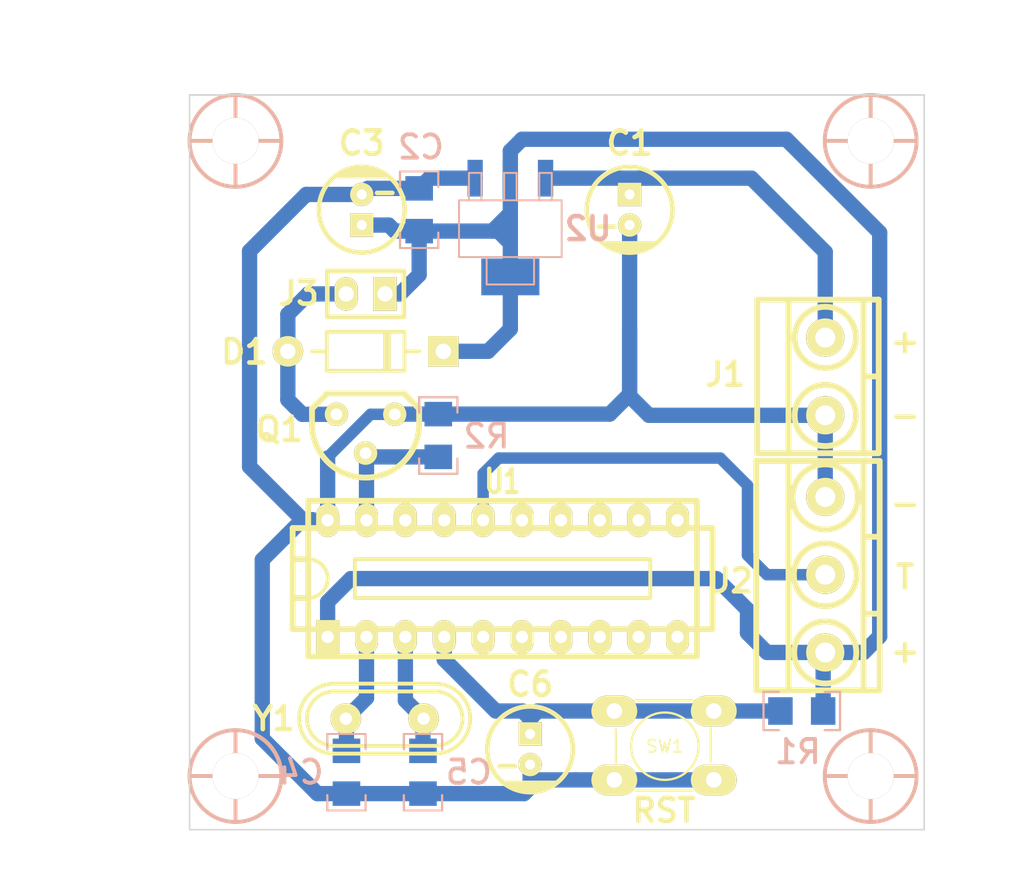
<source format=kicad_pcb>
(kicad_pcb (version 4) (host pcbnew 4.0.1-stable)

  (general
    (links 35)
    (no_connects 0)
    (area 136.635715 45.5 225.728572 107.700001)
    (thickness 1.6)
    (drawings 10)
    (tracks 117)
    (zones 0)
    (modules 21)
    (nets 23)
  )

  (page A4)
  (layers
    (0 F.Cu signal)
    (31 B.Cu signal)
    (32 B.Adhes user)
    (33 F.Adhes user)
    (34 B.Paste user)
    (35 F.Paste user)
    (36 B.SilkS user)
    (37 F.SilkS user)
    (38 B.Mask user)
    (39 F.Mask user)
    (40 Dwgs.User user)
    (41 Cmts.User user)
    (42 Eco1.User user)
    (43 Eco2.User user)
    (44 Edge.Cuts user)
    (45 Margin user)
    (46 B.CrtYd user)
    (47 F.CrtYd user)
    (48 B.Fab user)
    (49 F.Fab user)
  )

  (setup
    (last_trace_width 1)
    (user_trace_width 0.5)
    (user_trace_width 0.75)
    (user_trace_width 1)
    (trace_clearance 0.4)
    (zone_clearance 0.508)
    (zone_45_only no)
    (trace_min 0.4)
    (segment_width 0.2)
    (edge_width 0.1)
    (via_size 1.25)
    (via_drill 0.4)
    (via_min_size 0.4)
    (via_min_drill 0.3)
    (uvia_size 0.3)
    (uvia_drill 0.1)
    (uvias_allowed no)
    (uvia_min_size 0.2)
    (uvia_min_drill 0.1)
    (pcb_text_width 0.3)
    (pcb_text_size 1.5 1.5)
    (mod_edge_width 0.15)
    (mod_text_size 1 1)
    (mod_text_width 0.15)
    (pad_size 3.8 2.4)
    (pad_drill 0)
    (pad_to_mask_clearance 0)
    (aux_axis_origin 0 0)
    (visible_elements 7FFFFFFF)
    (pcbplotparams
      (layerselection 0x00030_80000000)
      (usegerberextensions false)
      (excludeedgelayer false)
      (linewidth 0.100000)
      (plotframeref false)
      (viasonmask false)
      (mode 1)
      (useauxorigin false)
      (hpglpennumber 1)
      (hpglpenspeed 20)
      (hpglpendiameter 15)
      (hpglpenoverlay 2)
      (psnegative false)
      (psa4output false)
      (plotreference true)
      (plotvalue true)
      (plotinvisibletext false)
      (padsonsilk false)
      (subtractmaskfromsilk false)
      (outputformat 5)
      (mirror false)
      (drillshape 1)
      (scaleselection 1)
      (outputdirectory ""))
  )

  (net 0 "")
  (net 1 /VIN)
  (net 2 GNDPWR)
  (net 3 /OSC1)
  (net 4 /OSC2)
  (net 5 /RESET)
  (net 6 "Net-(U1-Pad5)")
  (net 7 "Net-(U1-Pad6)")
  (net 8 "Net-(U1-Pad7)")
  (net 9 "Net-(U1-Pad8)")
  (net 10 "Net-(U1-Pad9)")
  (net 11 "Net-(U1-Pad10)")
  (net 12 "Net-(U1-Pad11)")
  (net 13 "Net-(U1-Pad12)")
  (net 14 "Net-(U1-Pad13)")
  (net 15 "Net-(U1-Pad14)")
  (net 16 "Net-(U1-Pad15)")
  (net 17 "Net-(U1-Pad17)")
  (net 18 "Net-(U1-Pad18)")
  (net 19 VCC)
  (net 20 /TEMP)
  (net 21 "Net-(D1-Pad1)")
  (net 22 /BUZZER)

  (net_class Default "Esta es la clase de red por defecto."
    (clearance 0.4)
    (trace_width 1)
    (via_dia 1.25)
    (via_drill 0.4)
    (uvia_dia 0.3)
    (uvia_drill 0.1)
    (add_net /BUZZER)
    (add_net /OSC1)
    (add_net /OSC2)
    (add_net /RESET)
    (add_net /TEMP)
    (add_net /VIN)
    (add_net GNDPWR)
    (add_net "Net-(D1-Pad1)")
    (add_net "Net-(U1-Pad10)")
    (add_net "Net-(U1-Pad11)")
    (add_net "Net-(U1-Pad12)")
    (add_net "Net-(U1-Pad13)")
    (add_net "Net-(U1-Pad14)")
    (add_net "Net-(U1-Pad15)")
    (add_net "Net-(U1-Pad17)")
    (add_net "Net-(U1-Pad18)")
    (add_net "Net-(U1-Pad5)")
    (add_net "Net-(U1-Pad6)")
    (add_net "Net-(U1-Pad7)")
    (add_net "Net-(U1-Pad8)")
    (add_net "Net-(U1-Pad9)")
    (add_net VCC)
  )

  (module EESTN5:CAP_ELEC_5x11mm (layer F.Cu) (tedit 5AB7C469) (tstamp 5AB7FB33)
    (at 162.25 61.5)
    (descr "Capacitor, pol, cyl 5x11mm")
    (path /5AB84F3E)
    (fp_text reference C3 (at 0 -4.35) (layer F.SilkS)
      (effects (font (thickness 0.3048)))
    )
    (fp_text value 10uF (at 0 4.2) (layer F.SilkS) hide
      (effects (font (thickness 0.3048)))
    )
    (fp_line (start -0.8 -2.6) (end 0.8 -2.6) (layer F.SilkS) (width 0.3048))
    (fp_line (start -1.3 -2.4) (end 1.3 -2.4) (layer F.SilkS) (width 0.3048))
    (fp_line (start -1.7 -2.2) (end 1.7 -2.2) (layer F.SilkS) (width 0.3048))
    (fp_circle (center 0 0) (end 2.8 0) (layer F.SilkS) (width 0.3048))
    (fp_line (start 1 -1.1) (end 2 -1.1) (layer F.SilkS) (width 0.3))
    (pad 1 thru_hole rect (at 0 1) (size 1.524 1.524) (drill 0.65) (layers *.Cu *.Mask F.SilkS)
      (net 19 VCC))
    (pad 2 thru_hole circle (at 0 -1) (size 1.524 1.524) (drill 0.65) (layers *.Cu *.Mask F.SilkS)
      (net 2 GNDPWR))
    (model CAP_ELEC_5_11.wrl
      (at (xyz 0 0 -0.01))
      (scale (xyz 0.393701 0.393701 0.393701))
      (rotate (xyz -90 0 -90))
    )
  )

  (module EESTN5:CAP_ELEC_5x11mm (layer F.Cu) (tedit 5AB7C46B) (tstamp 5A04CECD)
    (at 179.75 61.5 180)
    (descr "Capacitor, pol, cyl 5x11mm")
    (path /59FE1415)
    (fp_text reference C1 (at 0 4.35 180) (layer F.SilkS)
      (effects (font (thickness 0.3048)))
    )
    (fp_text value 10uF (at 0 4.2 180) (layer F.SilkS) hide
      (effects (font (thickness 0.3048)))
    )
    (fp_line (start -0.8 -2.6) (end 0.8 -2.6) (layer F.SilkS) (width 0.3048))
    (fp_line (start -1.3 -2.4) (end 1.3 -2.4) (layer F.SilkS) (width 0.3048))
    (fp_line (start -1.7 -2.2) (end 1.7 -2.2) (layer F.SilkS) (width 0.3048))
    (fp_circle (center 0 0) (end 2.8 0) (layer F.SilkS) (width 0.3048))
    (fp_line (start 1 -1.1) (end 2 -1.1) (layer F.SilkS) (width 0.3))
    (pad 1 thru_hole rect (at 0 1 180) (size 1.524 1.524) (drill 0.65) (layers *.Cu *.Mask F.SilkS)
      (net 1 /VIN))
    (pad 2 thru_hole circle (at 0 -1 180) (size 1.524 1.524) (drill 0.65) (layers *.Cu *.Mask F.SilkS)
      (net 2 GNDPWR))
    (model CAP_ELEC_5_11.wrl
      (at (xyz 0 0 -0.01))
      (scale (xyz 0.393701 0.393701 0.393701))
      (rotate (xyz -90 0 -90))
    )
  )

  (module EESTN5:CAP_ELEC_5x11mm (layer F.Cu) (tedit 5AB7C164) (tstamp 5A04CEEB)
    (at 173.25 96.75 180)
    (descr "Capacitor, pol, cyl 5x11mm")
    (path /59FE1460)
    (fp_text reference C6 (at 0 4.25 180) (layer F.SilkS)
      (effects (font (thickness 0.3048)))
    )
    (fp_text value 1uF (at 0 4.2 180) (layer F.SilkS) hide
      (effects (font (thickness 0.3048)))
    )
    (fp_line (start -0.8 -2.6) (end 0.8 -2.6) (layer F.SilkS) (width 0.3048))
    (fp_line (start -1.3 -2.4) (end 1.3 -2.4) (layer F.SilkS) (width 0.3048))
    (fp_line (start -1.7 -2.2) (end 1.7 -2.2) (layer F.SilkS) (width 0.3048))
    (fp_circle (center 0 0) (end 2.8 0) (layer F.SilkS) (width 0.3048))
    (fp_line (start 1 -1.1) (end 2 -1.1) (layer F.SilkS) (width 0.3))
    (pad 1 thru_hole rect (at 0 1 180) (size 1.524 1.524) (drill 0.65) (layers *.Cu *.Mask F.SilkS)
      (net 5 /RESET))
    (pad 2 thru_hole circle (at 0 -1 180) (size 1.524 1.524) (drill 0.65) (layers *.Cu *.Mask F.SilkS)
      (net 2 GNDPWR))
    (model CAP_ELEC_5_11.wrl
      (at (xyz 0 0 -0.01))
      (scale (xyz 0.393701 0.393701 0.393701))
      (rotate (xyz -90 0 -90))
    )
  )

  (module EESTN5:BORNERA2_AZUL (layer F.Cu) (tedit 5AB7C364) (tstamp 5A04CEF1)
    (at 192.532 72.39 90)
    (descr "2-way 5.08mm pitch terminal block, Phoenix MKDS series")
    (path /59FE1319)
    (fp_text reference J1 (at 0.14 -6.532 180) (layer F.SilkS)
      (effects (font (size 1.5 1.5) (thickness 0.3)))
    )
    (fp_text value ALIMENTACIÓN (at -0.61 14.718 180) (layer F.SilkS) hide
      (effects (font (size 1.5 1.5) (thickness 0.3)))
    )
    (fp_line (start 0 2.54) (end 0 3.4845) (layer F.SilkS) (width 0.381))
    (fp_circle (center 2.55 0) (end 0.55 0) (layer F.SilkS) (width 0.381))
    (fp_circle (center -2.55 0) (end -0.55 0) (layer F.SilkS) (width 0.381))
    (fp_line (start -5 2.5) (end 5 2.5) (layer F.SilkS) (width 0.381))
    (fp_line (start -5 -2.4) (end 5 -2.4) (layer F.SilkS) (width 0.381))
    (fp_line (start -4.9835 3.4925) (end 5.0165 3.4925) (layer F.SilkS) (width 0.381))
    (fp_line (start 5.0165 3.4925) (end 5.0165 -4.445) (layer F.SilkS) (width 0.381))
    (fp_line (start 5.0165 -4.445) (end -4.9835 -4.445) (layer F.SilkS) (width 0.381))
    (fp_line (start -5.0165 -4.445) (end -5.0165 3.4925) (layer F.SilkS) (width 0.381))
    (pad 1 thru_hole circle (at -2.54 0 90) (size 2.5 2.5) (drill 1.3) (layers *.Cu *.Mask F.SilkS)
      (net 2 GNDPWR))
    (pad 2 thru_hole circle (at 2.54 0 90) (size 2.5 2.5) (drill 1.3) (layers *.Cu *.Mask F.SilkS)
      (net 1 /VIN))
    (model Bornera2_Azul.wrl
      (at (xyz 0 0 0))
      (scale (xyz 1 1 1))
      (rotate (xyz 0 0 0))
    )
  )

  (module EESTN5:BORNERA3_AZUL (layer F.Cu) (tedit 5AB7C34A) (tstamp 5A04CEF8)
    (at 192.532 85.344 90)
    (descr "3-way 5,08mm pitch terminal block, Phoenix MKDS series")
    (path /59FE1189)
    (fp_text reference J2 (at -0.406 -6.032 180) (layer F.SilkS)
      (effects (font (size 1.5 1.5) (thickness 0.3)))
    )
    (fp_text value "SENSOR TEMPERATURA" (at -0.156 19.968 180) (layer F.SilkS) hide
      (effects (font (size 1.5 1.5) (thickness 0.3)))
    )
    (fp_circle (center 5.08 0) (end 2.95 0) (layer F.SilkS) (width 0.381))
    (fp_line (start 2.4765 2.4765) (end 2.4765 3.4925) (layer F.SilkS) (width 0.381))
    (fp_line (start -2.54 2.4765) (end -2.55 3.539347) (layer F.SilkS) (width 0.381))
    (fp_circle (center 0 0) (end -2.05 0) (layer F.SilkS) (width 0.381))
    (fp_circle (center -5.08 0) (end -3.05 0) (layer F.SilkS) (width 0.381))
    (fp_line (start -7.55 2.5) (end 7.45 2.5) (layer F.SilkS) (width 0.381))
    (fp_line (start -7.55 -2.4) (end 7.45 -2.4) (layer F.SilkS) (width 0.381))
    (fp_line (start -7.5565 3.556) (end 7.4295 3.556) (layer F.SilkS) (width 0.381))
    (fp_line (start 7.4295 3.556) (end 7.4295 -4.5085) (layer F.SilkS) (width 0.381))
    (fp_line (start 7.45 -4.5085) (end -7.55 -4.5085) (layer F.SilkS) (width 0.381))
    (fp_line (start -7.5565 -4.5085) (end -7.5565 3.556) (layer F.SilkS) (width 0.381))
    (pad 3 thru_hole circle (at 5.08 0 90) (size 2.5 2.5) (drill 1.3) (layers *.Cu *.Mask F.SilkS)
      (net 2 GNDPWR))
    (pad 1 thru_hole circle (at -5.08 0 90) (size 2.5 2.5) (drill 1.3) (layers *.Cu *.Mask F.SilkS)
      (net 19 VCC))
    (pad 2 thru_hole circle (at 0 0 90) (size 2.5 2.5) (drill 1.3) (layers *.Cu *.Mask F.SilkS)
      (net 20 /TEMP))
    (model Bornera3_AZUL.wrl
      (at (xyz 0 0 0))
      (scale (xyz 1 1 1))
      (rotate (xyz 0 0 0))
    )
  )

  (module EESTN5:SOT223 (layer B.Cu) (tedit 5AB7CB56) (tstamp 5A04CF0D)
    (at 171.958 62.738)
    (descr SOT223)
    (path /59FE1378)
    (fp_text reference U2 (at 5.08 0) (layer B.SilkS)
      (effects (font (size 1.5 1.5) (thickness 0.3)) (justify mirror))
    )
    (fp_text value LM1117-SOT (at 0 -1.0414) (layer B.SilkS) hide
      (effects (font (size 1.00076 1.00076) (thickness 0.20066)) (justify mirror))
    )
    (fp_line (start -1.5494 3.6449) (end 1.5494 3.6449) (layer B.SilkS) (width 0.127))
    (fp_line (start 1.5494 3.6449) (end 1.5494 1.8542) (layer B.SilkS) (width 0.127))
    (fp_line (start -1.5494 3.6449) (end -1.5494 1.8542) (layer B.SilkS) (width 0.127))
    (fp_line (start 1.8923 -3.6449) (end 2.7051 -3.6449) (layer B.SilkS) (width 0.127))
    (fp_line (start 2.7051 -3.6449) (end 2.7051 -1.8542) (layer B.SilkS) (width 0.127))
    (fp_line (start 1.8923 -3.6449) (end 1.8923 -1.8542) (layer B.SilkS) (width 0.127))
    (fp_line (start -0.4064 -3.6449) (end -0.4064 -1.8542) (layer B.SilkS) (width 0.127))
    (fp_line (start 0.4064 -3.6449) (end 0.4064 -1.8542) (layer B.SilkS) (width 0.127))
    (fp_line (start -0.4064 -3.6449) (end 0.4064 -3.6449) (layer B.SilkS) (width 0.127))
    (fp_line (start -2.7051 -3.6449) (end -1.8923 -3.6449) (layer B.SilkS) (width 0.127))
    (fp_line (start -1.8923 -3.6449) (end -1.8923 -1.8542) (layer B.SilkS) (width 0.127))
    (fp_line (start -2.7051 -3.6449) (end -2.7051 -1.8542) (layer B.SilkS) (width 0.127))
    (fp_line (start 3.3528 -1.8542) (end -3.3528 -1.8542) (layer B.SilkS) (width 0.127))
    (fp_line (start -3.3528 -1.8542) (end -3.3528 1.8542) (layer B.SilkS) (width 0.127))
    (fp_line (start -3.3528 1.8542) (end 3.3528 1.8542) (layer B.SilkS) (width 0.127))
    (fp_line (start 3.3528 1.8542) (end 3.3528 -1.8542) (layer B.SilkS) (width 0.127))
    (pad 1 smd rect (at -2.3 -3.3) (size 1 2.4) (layers B.Cu B.Paste B.Mask)
      (net 2 GNDPWR))
    (pad 2 smd rect (at 0 -3.3) (size 1 2.4) (layers B.Cu B.Paste B.Mask)
      (net 19 VCC))
    (pad 3 smd rect (at 2.3 -3.3) (size 1 2.4) (layers B.Cu B.Paste B.Mask)
      (net 1 /VIN))
    (pad 4 smd rect (at 0 3.15) (size 3.8 2.4) (layers B.Cu B.Paste B.Mask))
    (model sot223.wrl
      (at (xyz 0 0 0))
      (scale (xyz 1 1 1))
      (rotate (xyz 0 0 0))
    )
  )

  (module EESTN5:HC49S (layer F.Cu) (tedit 5AB7CB11) (tstamp 5A04CF13)
    (at 163.75 94.75)
    (descr "Crystal, HC-49S")
    (tags QUARTZ)
    (path /59FE1422)
    (autoplace_cost180 10)
    (fp_text reference Y1 (at -7.25 0) (layer F.SilkS)
      (effects (font (size 1.5 1.5) (thickness 0.3)))
    )
    (fp_text value 8Mhz (at 0 3.302) (layer F.SilkS) hide
      (effects (font (size 1.143 1.27) (thickness 0.1524)))
    )
    (fp_arc (start 3.302 0) (end 3.302 -2.286) (angle 90) (layer F.SilkS) (width 0.254))
    (fp_line (start -3.302 1.778) (end 3.302 1.778) (layer F.SilkS) (width 0.254))
    (fp_line (start 3.302 -1.778) (end -3.302 -1.778) (layer F.SilkS) (width 0.254))
    (fp_arc (start 3.302 0) (end 5.08 0) (angle 90) (layer F.SilkS) (width 0.254))
    (fp_arc (start 3.302 0) (end 3.302 -1.778) (angle 90) (layer F.SilkS) (width 0.254))
    (fp_arc (start -3.302 0) (end -3.302 1.778) (angle 90) (layer F.SilkS) (width 0.254))
    (fp_arc (start -3.302 0) (end -5.08 0) (angle 90) (layer F.SilkS) (width 0.254))
    (fp_arc (start 3.302 0) (end 5.588 0) (angle 90) (layer F.SilkS) (width 0.254))
    (fp_line (start 3.302 2.286) (end -3.302 2.286) (layer F.SilkS) (width 0.254))
    (fp_line (start -3.302 -2.286) (end 3.302 -2.286) (layer F.SilkS) (width 0.254))
    (fp_arc (start -3.302 0) (end -3.302 2.286) (angle 90) (layer F.SilkS) (width 0.254))
    (fp_arc (start -3.302 0) (end -5.588 0) (angle 90) (layer F.SilkS) (width 0.254))
    (pad 1 thru_hole circle (at -2.54 0) (size 1.99898 1.99898) (drill 0.8001) (layers *.Cu *.Mask F.SilkS)
      (net 3 /OSC1))
    (pad 2 thru_hole circle (at 2.54 0) (size 1.99898 1.99898) (drill 0.8001) (layers *.Cu *.Mask F.SilkS)
      (net 4 /OSC2))
    (model HC49S.wrl
      (at (xyz 0 0 0))
      (scale (xyz 1 1 1))
      (rotate (xyz 0 0 0))
    )
  )

  (module EESTN5:DIP_20-300_socket (layer F.Cu) (tedit 5932BFF6) (tstamp 5A04D36E)
    (at 171.45 85.598)
    (descr "IC, DIL20 x 0,3\", with socket")
    (tags DIL)
    (path /5A04D840)
    (fp_text reference U1 (at 0 -6.35) (layer F.SilkS)
      (effects (font (size 1.524 1.143) (thickness 0.28702)))
    )
    (fp_text value PIC18F14K50-E/P (at 0 6.604) (layer F.SilkS) hide
      (effects (font (size 1.5 1.5) (thickness 0.2)))
    )
    (fp_line (start 9.652 1.27) (end -9.652 1.27) (layer F.SilkS) (width 0.254))
    (fp_line (start -9.652 -1.27) (end 9.652 -1.27) (layer F.SilkS) (width 0.254))
    (fp_line (start 12.7 5.08) (end -12.7 5.08) (layer F.SilkS) (width 0.381))
    (fp_line (start 13.716 3.302) (end -13.716 3.302) (layer F.SilkS) (width 0.381))
    (fp_line (start -12.7 -5.08) (end 12.7 -5.08) (layer F.SilkS) (width 0.381))
    (fp_line (start -13.716 -3.302) (end 13.716 -3.302) (layer F.SilkS) (width 0.381))
    (fp_line (start -12.7 -1.27) (end -12.7 1.27) (layer F.SilkS) (width 0.381))
    (fp_arc (start -12.7 0) (end -12.7 -1.27) (angle 90) (layer F.SilkS) (width 0.254))
    (fp_arc (start -12.7 0) (end -11.43 0) (angle 90) (layer F.SilkS) (width 0.254))
    (fp_line (start -12.7 1.27) (end -13.716 1.27) (layer F.SilkS) (width 0.381))
    (fp_line (start -12.7 -1.27) (end -13.716 -1.27) (layer F.SilkS) (width 0.381))
    (fp_line (start -9.652 -1.27) (end -9.652 1.27) (layer F.SilkS) (width 0.254))
    (fp_line (start 9.652 1.27) (end 9.652 -1.27) (layer F.SilkS) (width 0.254))
    (fp_line (start 12.7 -5.08) (end 12.7 5.08) (layer F.SilkS) (width 0.381))
    (fp_line (start -12.7 5.08) (end -12.7 -5.08) (layer F.SilkS) (width 0.381))
    (fp_line (start 13.716 -3.302) (end 13.716 3.302) (layer F.SilkS) (width 0.381))
    (fp_line (start -13.716 3.302) (end -13.716 -3.302) (layer F.SilkS) (width 0.381))
    (pad 1 thru_hole rect (at -11.43 3.81) (size 1.50114 2.19964) (drill 0.8001) (layers *.Cu *.Mask F.SilkS)
      (net 19 VCC))
    (pad 2 thru_hole oval (at -8.89 3.81) (size 1.50114 2.19964) (drill 0.8001) (layers *.Cu *.Mask F.SilkS)
      (net 3 /OSC1))
    (pad 3 thru_hole oval (at -6.35 3.81) (size 1.50114 2.19964) (drill 0.8001) (layers *.Cu *.Mask F.SilkS)
      (net 4 /OSC2))
    (pad 4 thru_hole oval (at -3.81 3.81) (size 1.50114 2.19964) (drill 0.8001) (layers *.Cu *.Mask F.SilkS)
      (net 5 /RESET))
    (pad 5 thru_hole oval (at -1.27 3.81) (size 1.50114 2.19964) (drill 0.8001) (layers *.Cu *.Mask F.SilkS)
      (net 6 "Net-(U1-Pad5)"))
    (pad 6 thru_hole oval (at 1.27 3.81) (size 1.50114 2.19964) (drill 0.8001) (layers *.Cu *.Mask F.SilkS)
      (net 7 "Net-(U1-Pad6)"))
    (pad 7 thru_hole oval (at 3.81 3.81) (size 1.50114 2.19964) (drill 0.8001) (layers *.Cu *.Mask F.SilkS)
      (net 8 "Net-(U1-Pad7)"))
    (pad 8 thru_hole oval (at 6.35 3.81) (size 1.50114 2.19964) (drill 0.8001) (layers *.Cu *.Mask F.SilkS)
      (net 9 "Net-(U1-Pad8)"))
    (pad 9 thru_hole oval (at 8.89 3.81) (size 1.50114 2.19964) (drill 0.8001) (layers *.Cu *.Mask F.SilkS)
      (net 10 "Net-(U1-Pad9)"))
    (pad 10 thru_hole oval (at 11.43 3.81) (size 1.50114 2.19964) (drill 0.8001) (layers *.Cu *.Mask F.SilkS)
      (net 11 "Net-(U1-Pad10)"))
    (pad 11 thru_hole oval (at 11.43 -3.81) (size 1.50114 2.19964) (drill 0.8001) (layers *.Cu *.Mask F.SilkS)
      (net 12 "Net-(U1-Pad11)"))
    (pad 12 thru_hole oval (at 8.89 -3.81) (size 1.50114 2.19964) (drill 0.8001) (layers *.Cu *.Mask F.SilkS)
      (net 13 "Net-(U1-Pad12)"))
    (pad 13 thru_hole oval (at 6.35 -3.81) (size 1.50114 2.19964) (drill 0.8001) (layers *.Cu *.Mask F.SilkS)
      (net 14 "Net-(U1-Pad13)"))
    (pad 14 thru_hole oval (at 3.81 -3.81) (size 1.50114 2.19964) (drill 0.8001) (layers *.Cu *.Mask F.SilkS)
      (net 15 "Net-(U1-Pad14)"))
    (pad 15 thru_hole oval (at 1.27 -3.81) (size 1.50114 2.19964) (drill 0.8001) (layers *.Cu *.Mask F.SilkS)
      (net 16 "Net-(U1-Pad15)"))
    (pad 16 thru_hole oval (at -1.27 -3.81) (size 1.50114 2.19964) (drill 0.8001) (layers *.Cu *.Mask F.SilkS)
      (net 20 /TEMP))
    (pad 17 thru_hole oval (at -3.81 -3.81) (size 1.50114 2.19964) (drill 0.8001) (layers *.Cu *.Mask F.SilkS)
      (net 17 "Net-(U1-Pad17)"))
    (pad 18 thru_hole oval (at -6.35 -3.81) (size 1.50114 2.19964) (drill 0.8001) (layers *.Cu *.Mask F.SilkS)
      (net 18 "Net-(U1-Pad18)"))
    (pad 19 thru_hole oval (at -8.89 -3.81) (size 1.50114 2.19964) (drill 0.8001) (layers *.Cu *.Mask F.SilkS)
      (net 22 /BUZZER))
    (pad 20 thru_hole oval (at -11.43 -3.81) (size 1.50114 2.19964) (drill 0.8001) (layers *.Cu *.Mask F.SilkS)
      (net 2 GNDPWR))
    (model DIP_20-300-SOCKET.wrl
      (at (xyz 0 0 0))
      (scale (xyz 1 1 1))
      (rotate (xyz 0 0 0))
    )
  )

  (module EESTN5:Pulsador_TH_4 (layer F.Cu) (tedit 5AB7CC41) (tstamp 5AB7CB97)
    (at 185.25 94.25 270)
    (path /59FE154A)
    (fp_text reference SW1 (at 2.3 3.2 360) (layer F.SilkS)
      (effects (font (size 0.8 0.8) (thickness 0.12)))
    )
    (fp_text value RST (at 6.5 3.25 360) (layer F.SilkS)
      (effects (font (size 1.5 1.5) (thickness 0.3)))
    )
    (fp_line (start -0.7 1.3) (end -0.7 5.2) (layer F.SilkS) (width 0.15))
    (fp_line (start 1.2 6.4) (end 3.4 6.4) (layer F.SilkS) (width 0.15))
    (fp_line (start 5.2 1.4) (end 5.2 5.1) (layer F.SilkS) (width 0.15))
    (fp_line (start 1.1 0.2) (end 3.3 0.2) (layer F.SilkS) (width 0.15))
    (fp_circle (center 2.3 3.2) (end 2.3 5.4) (layer F.SilkS) (width 0.15))
    (pad 3 thru_hole oval (at 0 0 270) (size 2 3) (drill 1.016) (layers *.Cu *.Mask F.SilkS)
      (net 5 /RESET))
    (pad 1 thru_hole oval (at 4.5 0 270) (size 2 3) (drill 1.016) (layers *.Cu *.Mask F.SilkS)
      (net 2 GNDPWR))
    (pad 2 thru_hole oval (at 4.5 6.5 270) (size 2 3) (drill 1.016) (layers *.Cu *.Mask F.SilkS)
      (net 2 GNDPWR))
    (pad 4 thru_hole oval (at 0 6.5 270) (size 2 3) (drill 1.016) (layers *.Cu *.Mask F.SilkS)
      (net 5 /RESET))
    (model Tact_Switch_7mm_TH.wrl
      (at (xyz 0 0 0))
      (scale (xyz 1 1 1))
      (rotate (xyz 0 0 0))
    )
  )

  (module EESTN5:C_1206 (layer B.Cu) (tedit 59FBD6C1) (tstamp 5AB7DAC8)
    (at 161.25 98.25 90)
    (descr "SMT capacitor, 1206")
    (path /59FE130B)
    (fp_text reference C4 (at 0 -3 180) (layer B.SilkS)
      (effects (font (thickness 0.254)) (justify mirror))
    )
    (fp_text value 18pF (at 0 -1.27 90) (layer B.SilkS) hide
      (effects (font (size 0.50038 0.50038) (thickness 0.11938)) (justify mirror))
    )
    (fp_line (start 1.5 -1.25) (end 2.5 -1.25) (layer B.SilkS) (width 0.15))
    (fp_line (start 1.5 1.25) (end 2.5 1.25) (layer B.SilkS) (width 0.15))
    (fp_line (start -1.5 1.25) (end -2.5 1.25) (layer B.SilkS) (width 0.15))
    (fp_line (start -1.5 -1.25) (end -2.5 -1.25) (layer B.SilkS) (width 0.15))
    (fp_line (start -2.5 1.25) (end -2.5 -1.25) (layer B.SilkS) (width 0.127))
    (fp_line (start 2.5 -1.25) (end 2.5 1.25) (layer B.SilkS) (width 0.127))
    (pad 1 smd rect (at 1.397 0 90) (size 1.6002 1.8034) (layers B.Cu B.Paste B.Mask)
      (net 3 /OSC1))
    (pad 2 smd rect (at -1.397 0 90) (size 1.6002 1.8034) (layers B.Cu B.Paste B.Mask)
      (net 2 GNDPWR))
    (model C_1206.wrl
      (at (xyz 0 0 0))
      (scale (xyz 1 1 1))
      (rotate (xyz 0 0 0))
    )
  )

  (module EESTN5:C_1206 (layer B.Cu) (tedit 59FBD6C1) (tstamp 5AB7DAD3)
    (at 166.25 98.25 90)
    (descr "SMT capacitor, 1206")
    (path /59FE12EA)
    (fp_text reference C5 (at 0 3 180) (layer B.SilkS)
      (effects (font (thickness 0.254)) (justify mirror))
    )
    (fp_text value 18pF (at 0 -1.27 90) (layer B.SilkS) hide
      (effects (font (size 0.50038 0.50038) (thickness 0.11938)) (justify mirror))
    )
    (fp_line (start 1.5 -1.25) (end 2.5 -1.25) (layer B.SilkS) (width 0.15))
    (fp_line (start 1.5 1.25) (end 2.5 1.25) (layer B.SilkS) (width 0.15))
    (fp_line (start -1.5 1.25) (end -2.5 1.25) (layer B.SilkS) (width 0.15))
    (fp_line (start -1.5 -1.25) (end -2.5 -1.25) (layer B.SilkS) (width 0.15))
    (fp_line (start -2.5 1.25) (end -2.5 -1.25) (layer B.SilkS) (width 0.127))
    (fp_line (start 2.5 -1.25) (end 2.5 1.25) (layer B.SilkS) (width 0.127))
    (pad 1 smd rect (at 1.397 0 90) (size 1.6002 1.8034) (layers B.Cu B.Paste B.Mask)
      (net 4 /OSC2))
    (pad 2 smd rect (at -1.397 0 90) (size 1.6002 1.8034) (layers B.Cu B.Paste B.Mask)
      (net 2 GNDPWR))
    (model C_1206.wrl
      (at (xyz 0 0 0))
      (scale (xyz 1 1 1))
      (rotate (xyz 0 0 0))
    )
  )

  (module EESTN5:C_1206 (layer B.Cu) (tedit 59FBD6C1) (tstamp 5AB7FB28)
    (at 166 61.5 270)
    (descr "SMT capacitor, 1206")
    (path /59FE12BF)
    (fp_text reference C2 (at -4.096 -0.116 360) (layer B.SilkS)
      (effects (font (thickness 0.254)) (justify mirror))
    )
    (fp_text value 100nF (at 0 -1.27 270) (layer B.SilkS) hide
      (effects (font (size 0.50038 0.50038) (thickness 0.11938)) (justify mirror))
    )
    (fp_line (start 1.5 -1.25) (end 2.5 -1.25) (layer B.SilkS) (width 0.15))
    (fp_line (start 1.5 1.25) (end 2.5 1.25) (layer B.SilkS) (width 0.15))
    (fp_line (start -1.5 1.25) (end -2.5 1.25) (layer B.SilkS) (width 0.15))
    (fp_line (start -1.5 -1.25) (end -2.5 -1.25) (layer B.SilkS) (width 0.15))
    (fp_line (start -2.5 1.25) (end -2.5 -1.25) (layer B.SilkS) (width 0.127))
    (fp_line (start 2.5 -1.25) (end 2.5 1.25) (layer B.SilkS) (width 0.127))
    (pad 1 smd rect (at 1.397 0 270) (size 1.6002 1.8034) (layers B.Cu B.Paste B.Mask)
      (net 19 VCC))
    (pad 2 smd rect (at -1.397 0 270) (size 1.6002 1.8034) (layers B.Cu B.Paste B.Mask)
      (net 2 GNDPWR))
    (model C_1206.wrl
      (at (xyz 0 0 0))
      (scale (xyz 1 1 1))
      (rotate (xyz 0 0 0))
    )
  )

  (module EESTN5:R_1206 (layer B.Cu) (tedit 59FBD219) (tstamp 5AB80B4E)
    (at 191 94.25)
    (descr "SMT resistor, 1206")
    (path /59FE1A23)
    (fp_text reference R1 (at -0.26 2.66) (layer B.SilkS)
      (effects (font (thickness 0.254)) (justify mirror))
    )
    (fp_text value 4K7 (at 5 0) (layer B.SilkS) hide
      (effects (font (thickness 0.254)) (justify mirror))
    )
    (fp_line (start 1.5 1.25) (end 2.5 1.25) (layer B.SilkS) (width 0.15))
    (fp_line (start 1.5 -1.25) (end 2.5 -1.25) (layer B.SilkS) (width 0.15))
    (fp_line (start 2.5 -1.25) (end 2.5 1.25) (layer B.SilkS) (width 0.15))
    (fp_line (start -2.5 1.25) (end -2.5 -1.25) (layer B.SilkS) (width 0.15))
    (fp_line (start -2.5 -1.25) (end -1.5 -1.25) (layer B.SilkS) (width 0.15))
    (fp_line (start -1.5 1.25) (end -2.5 1.25) (layer B.SilkS) (width 0.15))
    (pad 1 smd rect (at 1.397 0) (size 1.6002 1.8034) (layers B.Cu B.Paste B.Mask)
      (net 19 VCC))
    (pad 2 smd rect (at -1.397 0) (size 1.6002 1.8034) (layers B.Cu B.Paste B.Mask)
      (net 5 /RESET))
    (model R_1206.wrl
      (at (xyz 0 0 0))
      (scale (xyz 1 1 1))
      (rotate (xyz 0 0 0))
    )
  )

  (module EESTN5:DO-41 (layer F.Cu) (tedit 59F5BF67) (tstamp 5AB81C6D)
    (at 162.5 70.75)
    (descr "Diode, DO-41 package")
    (tags "Diode DO-41 DO41")
    (path /5AB86471)
    (fp_text reference D1 (at -7.92 0.04) (layer F.SilkS)
      (effects (font (thickness 0.3048)))
    )
    (fp_text value 1N4007 (at 0 3) (layer F.SilkS) hide
      (effects (font (thickness 0.3048)))
    )
    (fp_line (start 1.524 1.27) (end 1.524 -1.27) (layer F.SilkS) (width 0.254))
    (fp_line (start 1.27 -1.27) (end 1.27 1.27) (layer F.SilkS) (width 0.254))
    (fp_line (start -2.54 -1.27) (end -2.54 1.27) (layer F.SilkS) (width 0.254))
    (fp_line (start 2.54 -1.27) (end 2.54 1.27) (layer F.SilkS) (width 0.254))
    (fp_line (start -2.54 -1.27) (end 2.54 -1.27) (layer F.SilkS) (width 0.254))
    (fp_line (start 2.54 1.27) (end -2.54 1.27) (layer F.SilkS) (width 0.254))
    (fp_line (start 3.5 0) (end 2.54 0) (layer F.SilkS) (width 0.254))
    (fp_line (start -2.54 0) (end -3.5 0) (layer F.SilkS) (width 0.254))
    (pad 1 thru_hole circle (at -5.08 0) (size 1.99898 1.99898) (drill 1.00076) (layers *.Cu *.Mask F.SilkS)
      (net 21 "Net-(D1-Pad1)"))
    (pad 2 thru_hole rect (at 5.08 0) (size 1.99898 1.99898) (drill 1.00076) (layers *.Cu *.Mask F.SilkS)
      (net 19 VCC))
    (model DO-41.wrl
      (at (xyz 0 0 0))
      (scale (xyz 1 1 1))
      (rotate (xyz 0 0 0))
    )
  )

  (module EESTN5:Pin_strip_2 (layer F.Cu) (tedit 5AB7C978) (tstamp 5AB81C77)
    (at 162.5 67 180)
    (descr "Pin strip 2pin")
    (tags "CONN DEV")
    (path /5AB866A9)
    (fp_text reference J3 (at 4.37 0.04 180) (layer F.SilkS)
      (effects (font (size 1.5 1.5) (thickness 0.3)))
    )
    (fp_text value BUZZER (at 0.254 -3.556 180) (layer F.SilkS) hide
      (effects (font (size 1.016 0.889) (thickness 0.2032)))
    )
    (fp_line (start 2.5 1.5) (end -2.5 1.5) (layer F.SilkS) (width 0.3048))
    (fp_line (start -2.5 -1.5) (end 2.5 -1.5) (layer F.SilkS) (width 0.3048))
    (fp_line (start -2.5 1.5) (end -2.5 -1.5) (layer F.SilkS) (width 0.3048))
    (fp_line (start 2.5 -1.5) (end 2.5 1.5) (layer F.SilkS) (width 0.3048))
    (pad 1 thru_hole rect (at -1.27 0 180) (size 1.524 2.19964) (drill 1.00076) (layers *.Cu *.Mask F.SilkS)
      (net 19 VCC))
    (pad 2 thru_hole oval (at 1.27 0 180) (size 1.524 2.19964) (drill 1.00076) (layers *.Cu *.Mask F.SilkS)
      (net 21 "Net-(D1-Pad1)"))
    (model pin_strip_2.wrl
      (at (xyz 0 0 0))
      (scale (xyz 1 1 1))
      (rotate (xyz 0 0 0))
    )
  )

  (module EESTN5:to92 (layer F.Cu) (tedit 5AB7C96D) (tstamp 5AB81C84)
    (at 162.5 75.5 180)
    (descr TO92)
    (path /5AB85D4D)
    (fp_text reference Q1 (at 5.63 -0.35 180) (layer F.SilkS)
      (effects (font (thickness 0.3048)))
    )
    (fp_text value 2N7000 (at 0 -4.445 180) (layer F.SilkS) hide
      (effects (font (thickness 0.3048)))
    )
    (fp_line (start -3.5 1) (end -3.5 0) (layer F.SilkS) (width 0.381))
    (fp_line (start 3.5 1) (end 3.5 0) (layer F.SilkS) (width 0.381))
    (fp_line (start -2.5 2) (end -3.5 1) (layer F.SilkS) (width 0.381))
    (fp_line (start 2.5 2) (end 3.5 1) (layer F.SilkS) (width 0.381))
    (fp_line (start 2.54 2) (end -2.54 2) (layer F.SilkS) (width 0.381))
    (fp_arc (start 0 0) (end -3.5 0) (angle 180) (layer F.SilkS) (width 0.381))
    (pad 3 thru_hole circle (at 1.905 0.635 180) (size 1.524 1.524) (drill 0.762) (layers *.Cu *.Mask F.SilkS)
      (net 21 "Net-(D1-Pad1)"))
    (pad 2 thru_hole circle (at 0 -1.905 180) (size 1.524 1.524) (drill 0.762) (layers *.Cu *.Mask F.SilkS)
      (net 22 /BUZZER))
    (pad 1 thru_hole circle (at -1.905 0.635 180) (size 1.524 1.524) (drill 0.762) (layers *.Cu *.Mask F.SilkS)
      (net 2 GNDPWR))
    (model to92.wrl
      (at (xyz 0 0 0))
      (scale (xyz 1 1 1))
      (rotate (xyz 0 0 0))
    )
  )

  (module EESTN5:R_1206 (layer B.Cu) (tedit 59FBD219) (tstamp 5AB81C90)
    (at 167.25 76.25 270)
    (descr "SMT resistor, 1206")
    (path /5AB8617E)
    (fp_text reference R2 (at 0.04 -3.15 360) (layer B.SilkS)
      (effects (font (thickness 0.254)) (justify mirror))
    )
    (fp_text value 4K7 (at 5 0 270) (layer B.SilkS) hide
      (effects (font (thickness 0.254)) (justify mirror))
    )
    (fp_line (start 1.5 1.25) (end 2.5 1.25) (layer B.SilkS) (width 0.15))
    (fp_line (start 1.5 -1.25) (end 2.5 -1.25) (layer B.SilkS) (width 0.15))
    (fp_line (start 2.5 -1.25) (end 2.5 1.25) (layer B.SilkS) (width 0.15))
    (fp_line (start -2.5 1.25) (end -2.5 -1.25) (layer B.SilkS) (width 0.15))
    (fp_line (start -2.5 -1.25) (end -1.5 -1.25) (layer B.SilkS) (width 0.15))
    (fp_line (start -1.5 1.25) (end -2.5 1.25) (layer B.SilkS) (width 0.15))
    (pad 1 smd rect (at 1.397 0 270) (size 1.6002 1.8034) (layers B.Cu B.Paste B.Mask)
      (net 22 /BUZZER))
    (pad 2 smd rect (at -1.397 0 270) (size 1.6002 1.8034) (layers B.Cu B.Paste B.Mask)
      (net 2 GNDPWR))
    (model R_1206.wrl
      (at (xyz 0 0 0))
      (scale (xyz 1 1 1))
      (rotate (xyz 0 0 0))
    )
  )

  (module EESTN5:Tornillo_M3_8mm (layer F.Cu) (tedit 591AF34A) (tstamp 5AB7CC6A)
    (at 154 98.5)
    (descr "Tornillo M3 8mm Con Tuerca")
    (path /5A04E67D)
    (fp_text reference H1 (at 0 -3.302) (layer F.SilkS) hide
      (effects (font (thickness 0.3048)))
    )
    (fp_text value Mounting_Hole (at 5.334 0) (layer F.SilkS) hide
      (effects (font (thickness 0.3048)))
    )
    (fp_line (start 0 -3) (end 0 3) (layer B.SilkS) (width 0.254))
    (fp_line (start -3 0) (end 3 0) (layer B.SilkS) (width 0.254))
    (fp_circle (center 0 0) (end 3 0) (layer B.SilkS) (width 0.254))
    (fp_circle (center 0 0) (end 3 0) (layer F.SilkS) (width 0.254))
    (fp_line (start -3 0) (end 3 0) (layer F.SilkS) (width 0.254))
    (fp_line (start 0 -3) (end 0 3) (layer F.SilkS) (width 0.254))
    (pad 1 thru_hole circle (at 0 0) (size 3 3) (drill 3) (layers *.Cu F.SilkS))
    (model Tornillo_M3_8mm_Tuerca.wrl
      (at (xyz 0 0 0))
      (scale (xyz 1 1 1))
      (rotate (xyz 0 0 0))
    )
  )

  (module EESTN5:Tornillo_M3_8mm (layer F.Cu) (tedit 591AF34A) (tstamp 5AB7CC6E)
    (at 195.5 57)
    (descr "Tornillo M3 8mm Con Tuerca")
    (path /5A04E713)
    (fp_text reference H2 (at 0 -3.302) (layer F.SilkS) hide
      (effects (font (thickness 0.3048)))
    )
    (fp_text value Mounting_Hole (at 5.334 0) (layer F.SilkS) hide
      (effects (font (thickness 0.3048)))
    )
    (fp_line (start 0 -3) (end 0 3) (layer B.SilkS) (width 0.254))
    (fp_line (start -3 0) (end 3 0) (layer B.SilkS) (width 0.254))
    (fp_circle (center 0 0) (end 3 0) (layer B.SilkS) (width 0.254))
    (fp_circle (center 0 0) (end 3 0) (layer F.SilkS) (width 0.254))
    (fp_line (start -3 0) (end 3 0) (layer F.SilkS) (width 0.254))
    (fp_line (start 0 -3) (end 0 3) (layer F.SilkS) (width 0.254))
    (pad 1 thru_hole circle (at 0 0) (size 3 3) (drill 3) (layers *.Cu F.SilkS))
    (model Tornillo_M3_8mm_Tuerca.wrl
      (at (xyz 0 0 0))
      (scale (xyz 1 1 1))
      (rotate (xyz 0 0 0))
    )
  )

  (module EESTN5:Tornillo_M3_8mm (layer F.Cu) (tedit 591AF34A) (tstamp 5AB7CC72)
    (at 195.5 98.5)
    (descr "Tornillo M3 8mm Con Tuerca")
    (path /5A04E6C2)
    (fp_text reference H3 (at 0 -3.302) (layer F.SilkS) hide
      (effects (font (thickness 0.3048)))
    )
    (fp_text value Mounting_Hole (at 5.334 0) (layer F.SilkS) hide
      (effects (font (thickness 0.3048)))
    )
    (fp_line (start 0 -3) (end 0 3) (layer B.SilkS) (width 0.254))
    (fp_line (start -3 0) (end 3 0) (layer B.SilkS) (width 0.254))
    (fp_circle (center 0 0) (end 3 0) (layer B.SilkS) (width 0.254))
    (fp_circle (center 0 0) (end 3 0) (layer F.SilkS) (width 0.254))
    (fp_line (start -3 0) (end 3 0) (layer F.SilkS) (width 0.254))
    (fp_line (start 0 -3) (end 0 3) (layer F.SilkS) (width 0.254))
    (pad 1 thru_hole circle (at 0 0) (size 3 3) (drill 3) (layers *.Cu F.SilkS))
    (model Tornillo_M3_8mm_Tuerca.wrl
      (at (xyz 0 0 0))
      (scale (xyz 1 1 1))
      (rotate (xyz 0 0 0))
    )
  )

  (module EESTN5:Tornillo_M3_8mm (layer F.Cu) (tedit 591AF34A) (tstamp 5AB7CC76)
    (at 154 57)
    (descr "Tornillo M3 8mm Con Tuerca")
    (path /5A04E752)
    (fp_text reference H4 (at 0 -3.302) (layer F.SilkS) hide
      (effects (font (thickness 0.3048)))
    )
    (fp_text value Mounting_Hole (at 5.334 0) (layer F.SilkS) hide
      (effects (font (thickness 0.3048)))
    )
    (fp_line (start 0 -3) (end 0 3) (layer B.SilkS) (width 0.254))
    (fp_line (start -3 0) (end 3 0) (layer B.SilkS) (width 0.254))
    (fp_circle (center 0 0) (end 3 0) (layer B.SilkS) (width 0.254))
    (fp_circle (center 0 0) (end 3 0) (layer F.SilkS) (width 0.254))
    (fp_line (start -3 0) (end 3 0) (layer F.SilkS) (width 0.254))
    (fp_line (start 0 -3) (end 0 3) (layer F.SilkS) (width 0.254))
    (pad 1 thru_hole circle (at 0 0) (size 3 3) (drill 3) (layers *.Cu F.SilkS))
    (model Tornillo_M3_8mm_Tuerca.wrl
      (at (xyz 0 0 0))
      (scale (xyz 1 1 1))
      (rotate (xyz 0 0 0))
    )
  )

  (gr_text "-\n\nT\n\n+" (at 197.75 85.5) (layer F.SilkS)
    (effects (font (size 1.5 1.5) (thickness 0.3)))
  )
  (dimension 3 (width 0.3) (layer Dwgs.User)
    (gr_text 3,000mm (at 142 55.5 270) (layer Dwgs.User)
      (effects (font (size 1.5 1.5) (thickness 0.3)))
    )
    (feature1 (pts (xy 154 57) (xy 143.55 57)))
    (feature2 (pts (xy 154 54) (xy 143.55 54)))
    (crossbar (pts (xy 146.25 54) (xy 146.25 57)))
    (arrow1a (pts (xy 146.25 57) (xy 145.663579 55.873496)))
    (arrow1b (pts (xy 146.25 57) (xy 146.836421 55.873496)))
    (arrow2a (pts (xy 146.25 54) (xy 145.663579 55.126504)))
    (arrow2b (pts (xy 146.25 54) (xy 146.836421 55.126504)))
  )
  (dimension 3 (width 0.3) (layer Dwgs.User)
    (gr_text 3,000mm (at 152.5 47) (layer Dwgs.User)
      (effects (font (size 1.5 1.5) (thickness 0.3)))
    )
    (feature1 (pts (xy 151 57) (xy 151 48.3)))
    (feature2 (pts (xy 154 57) (xy 154 48.3)))
    (crossbar (pts (xy 154 51) (xy 151 51)))
    (arrow1a (pts (xy 151 51) (xy 152.126504 50.413579)))
    (arrow1b (pts (xy 151 51) (xy 152.126504 51.586421)))
    (arrow2a (pts (xy 154 51) (xy 152.873496 50.413579)))
    (arrow2b (pts (xy 154 51) (xy 152.873496 51.586421)))
  )
  (gr_text "+\n\n-" (at 197.75 72.5) (layer F.SilkS)
    (effects (font (size 1.5 1.5) (thickness 0.3)))
  )
  (dimension 48 (width 0.3) (layer Dwgs.User)
    (gr_text 48,000mm (at 175 106.35) (layer Dwgs.User)
      (effects (font (size 1.5 1.5) (thickness 0.3)))
    )
    (feature1 (pts (xy 199 102) (xy 199 107.7)))
    (feature2 (pts (xy 151 102) (xy 151 107.7)))
    (crossbar (pts (xy 151 105) (xy 199 105)))
    (arrow1a (pts (xy 199 105) (xy 197.873496 105.586421)))
    (arrow1b (pts (xy 199 105) (xy 197.873496 104.413579)))
    (arrow2a (pts (xy 151 105) (xy 152.126504 105.586421)))
    (arrow2b (pts (xy 151 105) (xy 152.126504 104.413579)))
  )
  (dimension 48 (width 0.3) (layer Dwgs.User)
    (gr_text 48,000mm (at 202.85 78 270) (layer Dwgs.User)
      (effects (font (size 1.5 1.5) (thickness 0.3)))
    )
    (feature1 (pts (xy 199 102) (xy 204.2 102)))
    (feature2 (pts (xy 199 54) (xy 204.2 54)))
    (crossbar (pts (xy 201.5 54) (xy 201.5 102)))
    (arrow1a (pts (xy 201.5 102) (xy 200.913579 100.873496)))
    (arrow1b (pts (xy 201.5 102) (xy 202.086421 100.873496)))
    (arrow2a (pts (xy 201.5 54) (xy 200.913579 55.126504)))
    (arrow2b (pts (xy 201.5 54) (xy 202.086421 55.126504)))
  )
  (gr_line (start 199 54) (end 199 102) (angle 90) (layer Edge.Cuts) (width 0.1))
  (gr_line (start 151 54) (end 199 54) (angle 90) (layer Edge.Cuts) (width 0.1))
  (gr_line (start 151 102) (end 199 102) (angle 90) (layer Edge.Cuts) (width 0.1))
  (gr_line (start 151 54) (end 151 102) (angle 90) (layer Edge.Cuts) (width 0.1))

  (segment (start 179.75 60.5) (end 179.75 59.458) (width 1) (layer B.Cu) (net 1))
  (segment (start 192.532 64.262) (end 192.532 69.85) (width 1) (layer B.Cu) (net 1))
  (segment (start 179.77 59.438) (end 187.708 59.438) (width 1) (layer B.Cu) (net 1))
  (segment (start 187.708 59.438) (end 192.532 64.262) (width 1) (layer B.Cu) (net 1))
  (segment (start 179.77 59.438) (end 174.258 59.438) (width 1) (layer B.Cu) (net 1))
  (segment (start 179.75 59.458) (end 179.77 59.438) (width 1) (layer B.Cu) (net 1))
  (segment (start 192.532 69.85) (end 192.262 70.12) (width 0.75) (layer B.Cu) (net 1) (tstamp 5A04E391))
  (segment (start 179.75 62.5) (end 179.75 63.25) (width 1) (layer B.Cu) (net 2))
  (segment (start 192.532 74.93) (end 181.01 74.93) (width 1) (layer B.Cu) (net 2))
  (segment (start 179.75 73.67) (end 179.75 69.38) (width 1) (layer B.Cu) (net 2))
  (segment (start 181.01 74.93) (end 179.75 73.67) (width 1) (layer B.Cu) (net 2))
  (segment (start 167.25 74.853) (end 178.447 74.853) (width 1) (layer B.Cu) (net 2))
  (segment (start 178.447 74.853) (end 179.75 73.55) (width 1) (layer B.Cu) (net 2))
  (segment (start 179.75 73.55) (end 179.75 69.38) (width 1) (layer B.Cu) (net 2))
  (segment (start 179.75 69.38) (end 179.75 63.25) (width 1) (layer B.Cu) (net 2))
  (segment (start 192.532 80.264) (end 192.532 74.93) (width 1) (layer B.Cu) (net 2))
  (segment (start 154.92 64.2) (end 158.62 60.5) (width 1) (layer B.Cu) (net 2))
  (segment (start 158.62 60.5) (end 162.25 60.5) (width 1) (layer B.Cu) (net 2))
  (segment (start 154.92 78.294) (end 154.92 64.2) (width 1) (layer B.Cu) (net 2))
  (segment (start 158.376 81.75) (end 154.92 78.294) (width 1) (layer B.Cu) (net 2))
  (segment (start 164.405 74.865) (end 162.825 74.865) (width 0.75) (layer B.Cu) (net 2))
  (segment (start 160.02 77.721238) (end 160.02 77.67) (width 0.75) (layer B.Cu) (net 2))
  (segment (start 160.02 77.67) (end 162.825 74.865) (width 0.75) (layer B.Cu) (net 2))
  (segment (start 160.02 81.788) (end 160.02 77.721238) (width 1) (layer B.Cu) (net 2))
  (segment (start 167.25 74.853) (end 164.417 74.853) (width 1) (layer B.Cu) (net 2))
  (segment (start 164.417 74.853) (end 164.405 74.865) (width 1) (layer B.Cu) (net 2))
  (segment (start 166 60.103) (end 162.647 60.103) (width 1) (layer B.Cu) (net 2))
  (segment (start 162.647 60.103) (end 162.25 60.5) (width 1) (layer B.Cu) (net 2))
  (segment (start 169.658 59.438) (end 166.665 59.438) (width 1) (layer B.Cu) (net 2))
  (segment (start 166.665 59.438) (end 166 60.103) (width 1) (layer B.Cu) (net 2))
  (segment (start 178.75 98.75) (end 185.25 98.75) (width 1) (layer B.Cu) (net 2))
  (segment (start 173.25 99.25) (end 173.25 98.75) (width 1) (layer B.Cu) (net 2))
  (segment (start 173.25 98.75) (end 173.25 97.75) (width 1) (layer B.Cu) (net 2))
  (segment (start 178.75 98.75) (end 176.25 98.75) (width 1) (layer B.Cu) (net 2))
  (segment (start 176.25 98.75) (end 173.25 98.75) (width 1) (layer B.Cu) (net 2))
  (segment (start 166.25 99.647) (end 172.853 99.647) (width 1) (layer B.Cu) (net 2))
  (segment (start 172.853 99.647) (end 173.25 99.25) (width 1) (layer B.Cu) (net 2))
  (segment (start 161.25 99.647) (end 159.3483 99.647) (width 1) (layer B.Cu) (net 2))
  (segment (start 159.3483 99.647) (end 155.75 96.0487) (width 1) (layer B.Cu) (net 2))
  (segment (start 155.75 96.0487) (end 155.75 84.376) (width 1) (layer B.Cu) (net 2))
  (segment (start 155.75 84.376) (end 158.376 81.75) (width 1) (layer B.Cu) (net 2))
  (segment (start 158.376 81.75) (end 159 81.75) (width 1) (layer B.Cu) (net 2))
  (segment (start 159 81.75) (end 159.038 81.788) (width 1) (layer B.Cu) (net 2))
  (segment (start 159.038 81.788) (end 160.02 81.788) (width 1) (layer B.Cu) (net 2))
  (segment (start 166.25 99.647) (end 161.25 99.647) (width 1) (layer B.Cu) (net 2))
  (segment (start 188.214 74.93) (end 192.532 74.93) (width 0.75) (layer B.Cu) (net 2) (tstamp 5A04E1B9))
  (segment (start 161.25 96.853) (end 161.25 94.79) (width 1) (layer B.Cu) (net 3))
  (segment (start 161.25 94.79) (end 161.21 94.75) (width 1) (layer B.Cu) (net 3))
  (segment (start 161.21 94.75) (end 162.56 93.4) (width 1) (layer B.Cu) (net 3))
  (segment (start 162.56 93.4) (end 162.56 89.408) (width 1) (layer B.Cu) (net 3))
  (segment (start 166.25 96.853) (end 166.25 94.79) (width 1) (layer B.Cu) (net 4))
  (segment (start 166.25 94.79) (end 166.29 94.75) (width 1) (layer B.Cu) (net 4))
  (segment (start 166.29 94.75) (end 165.1 93.56) (width 1) (layer B.Cu) (net 4))
  (segment (start 165.1 93.56) (end 165.1 89.408) (width 1) (layer B.Cu) (net 4))
  (segment (start 189.25 94.25) (end 185.397 94.25) (width 1) (layer B.Cu) (net 5))
  (segment (start 185.5 94.5) (end 185.25 94.25) (width 1) (layer B.Cu) (net 5))
  (segment (start 173.25 94.75) (end 172.75 94.25) (width 1) (layer B.Cu) (net 5))
  (segment (start 172.75 94.25) (end 171 94.25) (width 1) (layer B.Cu) (net 5))
  (segment (start 171 94.25) (end 167.64 90.89) (width 1) (layer B.Cu) (net 5))
  (segment (start 167.64 90.89) (end 167.64 89.408) (width 1) (layer B.Cu) (net 5))
  (segment (start 173.75 94.25) (end 173.25 94.75) (width 1) (layer B.Cu) (net 5))
  (segment (start 173.25 94.75) (end 173.25 95.75) (width 1) (layer B.Cu) (net 5))
  (segment (start 178.75 94.25) (end 173.75 94.25) (width 1) (layer B.Cu) (net 5))
  (segment (start 185.25 94.25) (end 178.75 94.25) (width 1) (layer B.Cu) (net 5))
  (segment (start 160.02 87.122) (end 160.02 89.408) (width 1) (layer B.Cu) (net 19))
  (segment (start 185.42 85.598) (end 161.544 85.598) (width 1) (layer B.Cu) (net 19))
  (segment (start 161.544 85.598) (end 160.02 87.122) (width 1) (layer B.Cu) (net 19))
  (segment (start 187.452 89.154) (end 187.452 87.63) (width 1) (layer B.Cu) (net 19))
  (segment (start 187.452 87.63) (end 185.42 85.598) (width 1) (layer B.Cu) (net 19))
  (segment (start 192.532 90.424) (end 188.722 90.424) (width 1) (layer B.Cu) (net 19))
  (segment (start 188.722 90.424) (end 187.452 89.154) (width 1) (layer B.Cu) (net 19))
  (segment (start 195.04 90.424) (end 192.532 90.424) (width 1) (layer B.Cu) (net 19))
  (segment (start 196.088 62.992) (end 196.088 89.376) (width 1) (layer B.Cu) (net 19))
  (segment (start 196.088 89.376) (end 195.04 90.424) (width 1) (layer B.Cu) (net 19))
  (segment (start 189.992 56.896) (end 196.088 62.992) (width 1) (layer B.Cu) (net 19))
  (segment (start 190.38 57.284) (end 196.088 62.992) (width 0.75) (layer B.Cu) (net 19))
  (segment (start 172.72 56.896) (end 189.992 56.896) (width 1) (layer B.Cu) (net 19))
  (segment (start 189.992 56.896) (end 190.38 57.284) (width 1) (layer B.Cu) (net 19))
  (segment (start 171.958 59.438) (end 171.958 57.658) (width 1) (layer B.Cu) (net 19))
  (segment (start 171.958 57.658) (end 172.72 56.896) (width 1) (layer B.Cu) (net 19))
  (segment (start 166 62.897) (end 170.849 62.897) (width 1) (layer B.Cu) (net 19))
  (segment (start 170.849 62.897) (end 171.008 62.738) (width 1) (layer B.Cu) (net 19))
  (segment (start 162.25 62.5) (end 164.012 62.5) (width 1) (layer B.Cu) (net 19))
  (segment (start 164.012 62.5) (end 164.409 62.897) (width 1) (layer B.Cu) (net 19))
  (segment (start 164.409 62.897) (end 166 62.897) (width 1) (layer B.Cu) (net 19))
  (segment (start 164.75 67) (end 166 65.75) (width 1) (layer B.Cu) (net 19))
  (segment (start 166 65.75) (end 166 62.897) (width 1) (layer B.Cu) (net 19))
  (segment (start 163.77 67) (end 164.75 67) (width 1) (layer B.Cu) (net 19))
  (segment (start 170.5 70.75) (end 171.958 69.292) (width 1) (layer B.Cu) (net 19))
  (segment (start 171.958 69.292) (end 171.958 65.888) (width 1) (layer B.Cu) (net 19))
  (segment (start 167.58 70.75) (end 170.5 70.75) (width 1) (layer B.Cu) (net 19))
  (segment (start 171.958 61.722) (end 171.958 63.688) (width 1) (layer B.Cu) (net 19))
  (segment (start 170.942 62.738) (end 171.958 61.722) (width 1) (layer B.Cu) (net 19))
  (segment (start 171.958 61.722) (end 171.958 59.438) (width 1) (layer B.Cu) (net 19))
  (segment (start 171.958 65.888) (end 171.958 63.688) (width 1) (layer B.Cu) (net 19))
  (segment (start 171.958 63.688) (end 171.008 62.738) (width 1) (layer B.Cu) (net 19))
  (segment (start 171.008 62.738) (end 170.942 62.738) (width 1) (layer B.Cu) (net 19))
  (segment (start 192.397 94.25) (end 192.397 90.559) (width 1) (layer B.Cu) (net 19))
  (segment (start 192.397 90.559) (end 192.532 90.424) (width 1) (layer B.Cu) (net 19))
  (segment (start 192.278 90.678) (end 192.532 90.424) (width 0.75) (layer B.Cu) (net 19) (tstamp 5A0ED50F))
  (segment (start 192.532 85.344) (end 188.722 85.344) (width 0.75) (layer B.Cu) (net 20))
  (segment (start 170.18 78.74) (end 170.18 81.788) (width 0.75) (layer B.Cu) (net 20) (tstamp 5A0ED4FC))
  (segment (start 171.196 77.724) (end 170.18 78.74) (width 0.75) (layer B.Cu) (net 20) (tstamp 5A0ED4FB))
  (segment (start 185.674 77.724) (end 171.196 77.724) (width 0.75) (layer B.Cu) (net 20) (tstamp 5A0ED4F9))
  (segment (start 187.452 79.502) (end 185.674 77.724) (width 0.75) (layer B.Cu) (net 20) (tstamp 5A0ED4F8))
  (segment (start 187.452 84.074) (end 187.452 79.502) (width 0.75) (layer B.Cu) (net 20) (tstamp 5A0ED4F6))
  (segment (start 188.722 85.344) (end 187.452 84.074) (width 0.75) (layer B.Cu) (net 20) (tstamp 5A0ED4F3))
  (segment (start 157.42 68.33) (end 158.75 67) (width 1) (layer B.Cu) (net 21))
  (segment (start 158.75 67) (end 161.23 67) (width 1) (layer B.Cu) (net 21))
  (segment (start 157.42 70.75) (end 157.42 68.33) (width 1) (layer B.Cu) (net 21))
  (segment (start 158.365 74.865) (end 157.42 73.92) (width 1) (layer B.Cu) (net 21))
  (segment (start 157.42 73.92) (end 157.42 70.75) (width 1) (layer B.Cu) (net 21))
  (segment (start 160.595 74.865) (end 158.365 74.865) (width 1) (layer B.Cu) (net 21))
  (segment (start 167.25 77.647) (end 162.742 77.647) (width 1) (layer B.Cu) (net 22))
  (segment (start 162.742 77.647) (end 162.5 77.405) (width 1) (layer B.Cu) (net 22))
  (segment (start 162.56 81.788) (end 162.56 77.465) (width 1) (layer B.Cu) (net 22))
  (segment (start 162.56 77.465) (end 162.5 77.405) (width 1) (layer B.Cu) (net 22))

)

</source>
